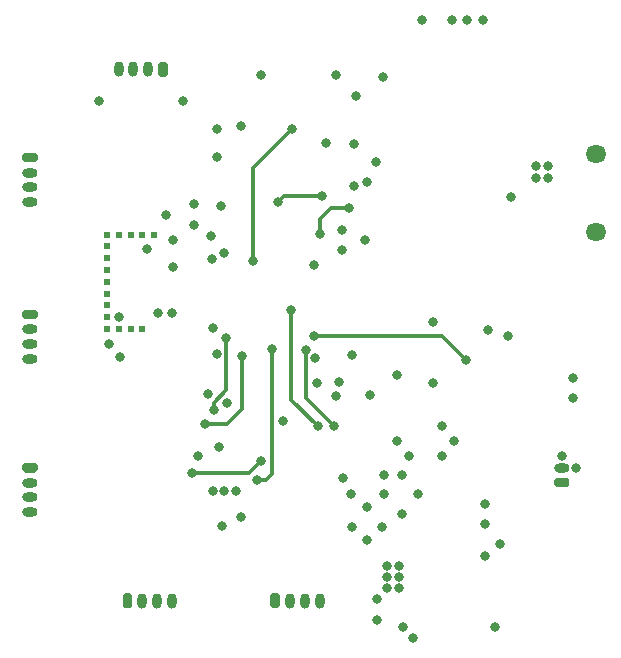
<source format=gbr>
%TF.GenerationSoftware,KiCad,Pcbnew,(5.1.6)-1*%
%TF.CreationDate,2020-10-05T02:21:00+02:00*%
%TF.ProjectId,RBoard,52426f61-7264-42e6-9b69-6361645f7063,rev?*%
%TF.SameCoordinates,Original*%
%TF.FileFunction,Copper,L4,Bot*%
%TF.FilePolarity,Positive*%
%FSLAX46Y46*%
G04 Gerber Fmt 4.6, Leading zero omitted, Abs format (unit mm)*
G04 Created by KiCad (PCBNEW (5.1.6)-1) date 2020-10-05 02:21:00*
%MOMM*%
%LPD*%
G01*
G04 APERTURE LIST*
%TA.AperFunction,ComponentPad*%
%ADD10O,1.750000X1.500000*%
%TD*%
%TA.AperFunction,ComponentPad*%
%ADD11O,1.300000X0.800000*%
%TD*%
%TA.AperFunction,ComponentPad*%
%ADD12O,0.800000X1.300000*%
%TD*%
%TA.AperFunction,ViaPad*%
%ADD13C,0.800000*%
%TD*%
%TA.AperFunction,ViaPad*%
%ADD14C,0.609600*%
%TD*%
%TA.AperFunction,Conductor*%
%ADD15C,0.300000*%
%TD*%
G04 APERTURE END LIST*
D10*
%TO.P,J402,6*%
%TO.N,Net-(J402-Pad6)*%
X180375000Y-37950000D03*
X180375000Y-44550000D03*
%TD*%
%TO.P,J400,1*%
%TO.N,VCC*%
%TA.AperFunction,ComponentPad*%
G36*
G01*
X177950000Y-66150000D02*
X177050000Y-66150000D01*
G75*
G02*
X176850000Y-65950000I0J200000D01*
G01*
X176850000Y-65550000D01*
G75*
G02*
X177050000Y-65350000I200000J0D01*
G01*
X177950000Y-65350000D01*
G75*
G02*
X178150000Y-65550000I0J-200000D01*
G01*
X178150000Y-65950000D01*
G75*
G02*
X177950000Y-66150000I-200000J0D01*
G01*
G37*
%TD.AperFunction*%
D11*
%TO.P,J400,2*%
%TO.N,GND*%
X177500000Y-64500000D03*
%TD*%
%TO.P,J403,1*%
%TO.N,+3V3*%
%TA.AperFunction,ComponentPad*%
G36*
G01*
X144150000Y-30300000D02*
X144150000Y-31200000D01*
G75*
G02*
X143950000Y-31400000I-200000J0D01*
G01*
X143550000Y-31400000D01*
G75*
G02*
X143350000Y-31200000I0J200000D01*
G01*
X143350000Y-30300000D01*
G75*
G02*
X143550000Y-30100000I200000J0D01*
G01*
X143950000Y-30100000D01*
G75*
G02*
X144150000Y-30300000I0J-200000D01*
G01*
G37*
%TD.AperFunction*%
D12*
%TO.P,J403,2*%
%TO.N,Net-(J403-Pad2)*%
X142500000Y-30750000D03*
%TO.P,J403,3*%
%TO.N,Net-(J403-Pad3)*%
X141250000Y-30750000D03*
%TO.P,J403,4*%
%TO.N,GND*%
X140000000Y-30750000D03*
%TD*%
%TO.P,J404,4*%
%TO.N,GND*%
X157000000Y-75750000D03*
%TO.P,J404,3*%
%TO.N,Net-(J404-Pad3)*%
X155750000Y-75750000D03*
%TO.P,J404,2*%
%TO.N,Net-(J404-Pad2)*%
X154500000Y-75750000D03*
%TO.P,J404,1*%
%TO.N,+3V3*%
%TA.AperFunction,ComponentPad*%
G36*
G01*
X152850000Y-76200000D02*
X152850000Y-75300000D01*
G75*
G02*
X153050000Y-75100000I200000J0D01*
G01*
X153450000Y-75100000D01*
G75*
G02*
X153650000Y-75300000I0J-200000D01*
G01*
X153650000Y-76200000D01*
G75*
G02*
X153450000Y-76400000I-200000J0D01*
G01*
X153050000Y-76400000D01*
G75*
G02*
X152850000Y-76200000I0J200000D01*
G01*
G37*
%TD.AperFunction*%
%TD*%
%TO.P,J405,4*%
%TO.N,GND*%
X144500000Y-75750000D03*
%TO.P,J405,3*%
%TO.N,Net-(J405-Pad3)*%
X143250000Y-75750000D03*
%TO.P,J405,2*%
%TO.N,Net-(J405-Pad2)*%
X142000000Y-75750000D03*
%TO.P,J405,1*%
%TO.N,+3V3*%
%TA.AperFunction,ComponentPad*%
G36*
G01*
X140350000Y-76200000D02*
X140350000Y-75300000D01*
G75*
G02*
X140550000Y-75100000I200000J0D01*
G01*
X140950000Y-75100000D01*
G75*
G02*
X141150000Y-75300000I0J-200000D01*
G01*
X141150000Y-76200000D01*
G75*
G02*
X140950000Y-76400000I-200000J0D01*
G01*
X140550000Y-76400000D01*
G75*
G02*
X140350000Y-76200000I0J200000D01*
G01*
G37*
%TD.AperFunction*%
%TD*%
%TO.P,J406,1*%
%TO.N,+3V3*%
%TA.AperFunction,ComponentPad*%
G36*
G01*
X132050000Y-64100000D02*
X132950000Y-64100000D01*
G75*
G02*
X133150000Y-64300000I0J-200000D01*
G01*
X133150000Y-64700000D01*
G75*
G02*
X132950000Y-64900000I-200000J0D01*
G01*
X132050000Y-64900000D01*
G75*
G02*
X131850000Y-64700000I0J200000D01*
G01*
X131850000Y-64300000D01*
G75*
G02*
X132050000Y-64100000I200000J0D01*
G01*
G37*
%TD.AperFunction*%
D11*
%TO.P,J406,2*%
%TO.N,Net-(J406-Pad2)*%
X132500000Y-65750000D03*
%TO.P,J406,3*%
%TO.N,Net-(J406-Pad3)*%
X132500000Y-67000000D03*
%TO.P,J406,4*%
%TO.N,GND*%
X132500000Y-68250000D03*
%TD*%
%TO.P,J407,4*%
%TO.N,GND*%
X132500000Y-42000000D03*
%TO.P,J407,3*%
%TO.N,Net-(J407-Pad3)*%
X132500000Y-40750000D03*
%TO.P,J407,2*%
%TO.N,Net-(J407-Pad2)*%
X132500000Y-39500000D03*
%TO.P,J407,1*%
%TO.N,+3V3*%
%TA.AperFunction,ComponentPad*%
G36*
G01*
X132050000Y-37850000D02*
X132950000Y-37850000D01*
G75*
G02*
X133150000Y-38050000I0J-200000D01*
G01*
X133150000Y-38450000D01*
G75*
G02*
X132950000Y-38650000I-200000J0D01*
G01*
X132050000Y-38650000D01*
G75*
G02*
X131850000Y-38450000I0J200000D01*
G01*
X131850000Y-38050000D01*
G75*
G02*
X132050000Y-37850000I200000J0D01*
G01*
G37*
%TD.AperFunction*%
%TD*%
%TO.P,J408,1*%
%TO.N,+3V3*%
%TA.AperFunction,ComponentPad*%
G36*
G01*
X132050000Y-51100000D02*
X132950000Y-51100000D01*
G75*
G02*
X133150000Y-51300000I0J-200000D01*
G01*
X133150000Y-51700000D01*
G75*
G02*
X132950000Y-51900000I-200000J0D01*
G01*
X132050000Y-51900000D01*
G75*
G02*
X131850000Y-51700000I0J200000D01*
G01*
X131850000Y-51300000D01*
G75*
G02*
X132050000Y-51100000I200000J0D01*
G01*
G37*
%TD.AperFunction*%
%TO.P,J408,2*%
%TO.N,Net-(J408-Pad2)*%
X132500000Y-52750000D03*
%TO.P,J408,3*%
%TO.N,Net-(J408-Pad3)*%
X132500000Y-54000000D03*
%TO.P,J408,4*%
%TO.N,GND*%
X132500000Y-55250000D03*
%TD*%
D13*
%TO.N,GND*%
X161300000Y-58325000D03*
X158650000Y-57200000D03*
X158425000Y-58400000D03*
X147550000Y-58250000D03*
X144600000Y-45175000D03*
X143975000Y-43075000D03*
X148675000Y-42325000D03*
X158925000Y-44375000D03*
X160875000Y-45225000D03*
X171225000Y-52850000D03*
X166600000Y-57325000D03*
X166600000Y-52175000D03*
X144500000Y-51425000D03*
X143350000Y-51425000D03*
X140025000Y-51700000D03*
X142375000Y-46000000D03*
X148300000Y-38150000D03*
X152025000Y-31275000D03*
X160100000Y-33000000D03*
X162400000Y-31400000D03*
X165700000Y-26600000D03*
X168250000Y-26600000D03*
X169500000Y-26600000D03*
X159925000Y-37050000D03*
X161050000Y-40275000D03*
X159900000Y-40600000D03*
X147950000Y-66450000D03*
X148950000Y-66450000D03*
X148725000Y-69400000D03*
X149950000Y-66450000D03*
X146750000Y-63500000D03*
X173225000Y-41575000D03*
X161000000Y-70575000D03*
X162275000Y-69550000D03*
X159725000Y-69550000D03*
X159000000Y-65400000D03*
X167400000Y-60975000D03*
X168425000Y-62250000D03*
X167400000Y-63525000D03*
X164075000Y-78000000D03*
X171850000Y-78000000D03*
X171000000Y-71950000D03*
X172300000Y-70950000D03*
X171000000Y-69250000D03*
X171000000Y-67550000D03*
X176350000Y-39950000D03*
X175350000Y-39950000D03*
X175350000Y-38950000D03*
X176350000Y-38950000D03*
X153950000Y-60525000D03*
X178450000Y-56900000D03*
X178450000Y-58600000D03*
X177500000Y-63500000D03*
X178750000Y-64500000D03*
X164925000Y-78875000D03*
X163750000Y-73750000D03*
X163750000Y-72800000D03*
X163750000Y-74700000D03*
X162750000Y-74700000D03*
X162750000Y-73750000D03*
X162750000Y-72800000D03*
D14*
X139000000Y-51750000D03*
X139000000Y-50750000D03*
X139000000Y-49750000D03*
X139000000Y-48750000D03*
X139000000Y-47750000D03*
X139000000Y-46750000D03*
X139000000Y-45750000D03*
X139000000Y-44750000D03*
X140000000Y-44750000D03*
X141000000Y-44750000D03*
X142000000Y-44750000D03*
X143000000Y-44750000D03*
X139000000Y-52750000D03*
X140000000Y-52750000D03*
X141000000Y-52750000D03*
X142000000Y-52750000D03*
D13*
X147950000Y-52650000D03*
X148300000Y-54850000D03*
X148950000Y-46300000D03*
%TO.N,+3V3*%
X149200000Y-58975000D03*
X163550000Y-56650000D03*
X159725000Y-54950000D03*
X156750000Y-57300000D03*
X140075000Y-55100000D03*
X139200000Y-54000000D03*
X144600000Y-47525000D03*
X146375000Y-42150000D03*
X146375000Y-43925000D03*
X158900000Y-46100000D03*
X148300000Y-35775000D03*
X172975000Y-53350000D03*
X150350000Y-35550000D03*
X158425000Y-31250000D03*
X170800000Y-26600000D03*
X161750000Y-38625000D03*
X157550000Y-37025000D03*
X150375000Y-68675000D03*
X163950000Y-65100000D03*
X148450000Y-62750000D03*
X145400000Y-33475000D03*
X138325000Y-33475000D03*
X165325000Y-66750000D03*
X163950000Y-68400000D03*
X159700000Y-66750000D03*
X161000000Y-67800000D03*
X163575000Y-62250000D03*
X164600000Y-63525000D03*
X161900000Y-75625000D03*
X161900000Y-77375000D03*
X162450000Y-66750000D03*
X162450000Y-65100000D03*
X156600000Y-55200000D03*
X156500000Y-47350000D03*
X147900000Y-46850000D03*
X147850000Y-44850000D03*
%TO.N,NRST*%
X151400000Y-46950000D03*
X154675000Y-35850000D03*
%TO.N,SWO*%
X157000000Y-44725000D03*
X159525000Y-42500000D03*
%TO.N,USART1_TX*%
X156875000Y-60975000D03*
X154625000Y-51100000D03*
%TO.N,USART1_RX*%
X158225000Y-61000000D03*
X155825000Y-54525000D03*
%TO.N,INT_ACC*%
X151725000Y-65550000D03*
X152975000Y-54475000D03*
%TO.N,INT_GYR*%
X148025000Y-59575000D03*
X149100000Y-53500000D03*
%TO.N,SPI1_SCK*%
X150450000Y-55000000D03*
X147325000Y-60750000D03*
%TO.N,SPI1_MOSI*%
X152025000Y-63950000D03*
X146175000Y-64925000D03*
%TO.N,SPI2_MISO*%
X156500000Y-53350000D03*
X169425000Y-55400000D03*
%TO.N,SPI3_MOSI*%
X157250000Y-41500000D03*
X153500000Y-42000000D03*
%TD*%
D15*
%TO.N,NRST*%
X151400000Y-46950000D02*
X151400000Y-39125000D01*
X151400000Y-39125000D02*
X154675000Y-35850000D01*
%TO.N,SWO*%
X157000000Y-44725000D02*
X157000000Y-43450000D01*
X157000000Y-43450000D02*
X157950000Y-42500000D01*
X157950000Y-42500000D02*
X159525000Y-42500000D01*
%TO.N,USART1_TX*%
X156875000Y-60975000D02*
X154625000Y-58725000D01*
X154625000Y-58725000D02*
X154625000Y-54525000D01*
X154625000Y-54525000D02*
X154625000Y-51100000D01*
%TO.N,USART1_RX*%
X155825000Y-58600000D02*
X158225000Y-61000000D01*
X155825000Y-54525000D02*
X155825000Y-58600000D01*
%TO.N,INT_ACC*%
X152975000Y-54700000D02*
X152975000Y-65025000D01*
X152450000Y-65550000D02*
X151725000Y-65550000D01*
X152975000Y-65025000D02*
X152450000Y-65550000D01*
X152975000Y-54700000D02*
X152975000Y-54475000D01*
%TO.N,INT_GYR*%
X148025000Y-59009315D02*
X149100000Y-57934315D01*
X148025000Y-59575000D02*
X148025000Y-59009315D01*
X149100000Y-57934315D02*
X149100000Y-54325000D01*
X149100000Y-54325000D02*
X149100000Y-53500000D01*
%TO.N,SPI1_SCK*%
X150450000Y-55000000D02*
X150450000Y-59500000D01*
X150450000Y-59500000D02*
X149200000Y-60750000D01*
X149200000Y-60750000D02*
X147325000Y-60750000D01*
%TO.N,SPI1_MOSI*%
X152025000Y-63950000D02*
X151050000Y-64925000D01*
X151050000Y-64925000D02*
X146175000Y-64925000D01*
%TO.N,SPI2_MISO*%
X156500000Y-53350000D02*
X167375000Y-53350000D01*
X167375000Y-53350000D02*
X169425000Y-55400000D01*
%TO.N,SPI3_MOSI*%
X157250000Y-41500000D02*
X155000000Y-41500000D01*
X155000000Y-41500000D02*
X154000000Y-41500000D01*
X154000000Y-41500000D02*
X153500000Y-42000000D01*
%TD*%
M02*

</source>
